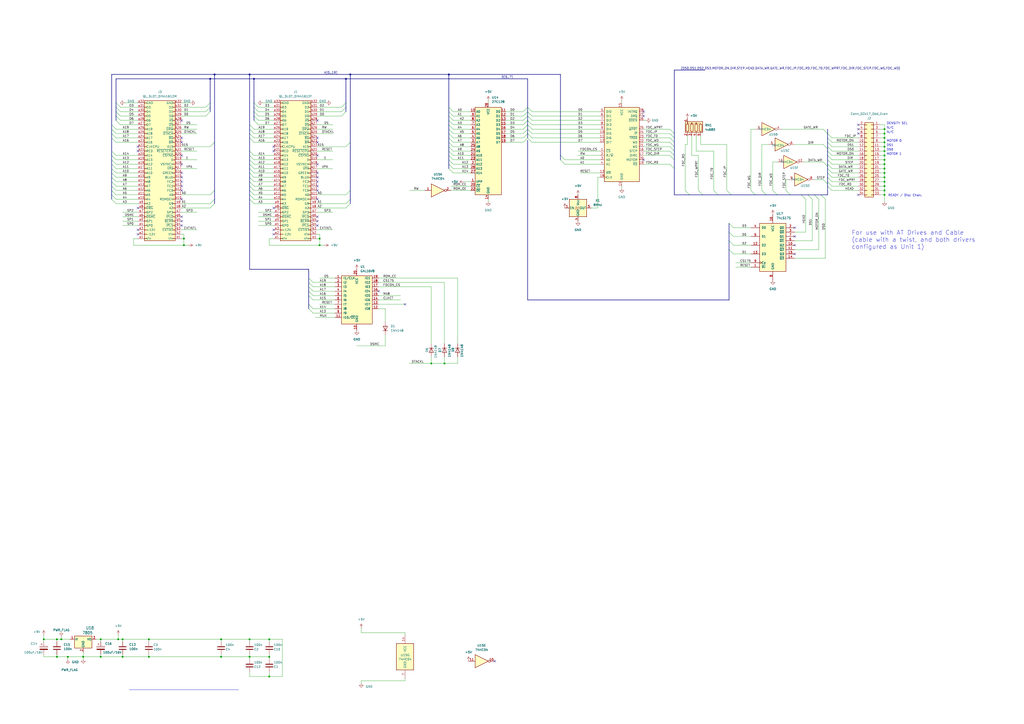
<source format=kicad_sch>
(kicad_sch (version 20230121) (generator eeschema)
  (paper "A2")
  (title_block (title "Mini Trump Card 3") (date "2024-05-07") (rev "01") (company "by Alvaro Alea Fdz.") (comment 1 "Disk Interface for Sinclair QL"))
  (junction (at 106.68 142.24))
  (junction (at 513.08 95.25))
  (junction (at 58.42 370.84))
  (junction (at 513.08 90.17))
  (junction (at 185.42 138.43))
  (junction (at 513.08 87.63))
  (junction (at 513.08 113.03))
  (junction (at 513.08 110.49))
  (junction (at 25.4 370.84))
  (junction (at 513.08 92.71))
  (junction (at 513.08 107.95))
  (junction (at 33.02 381))
  (junction (at 144.78 381))
  (junction (at 33.02 370.84))
  (junction (at 124.46 43.18))
  (junction (at 48.26 381))
  (junction (at 35.56 370.84))
  (junction (at 250.19 210.82))
  (junction (at 71.12 370.84))
  (junction (at 39.37 381))
  (junction (at 156.21 392.43))
  (junction (at 86.36 370.84))
  (junction (at 128.27 370.84))
  (junction (at 513.08 77.47))
  (junction (at 513.08 85.09))
  (junction (at 106.68 138.43))
  (junction (at 58.42 381))
  (junction (at 128.27 381))
  (junction (at 147.32 45.72))
  (junction (at 513.08 102.87))
  (junction (at 513.08 97.79))
  (junction (at 513.08 74.93))
  (junction (at 513.08 105.41))
  (junction (at 144.78 43.18))
  (junction (at 513.08 100.33))
  (junction (at 200.66 45.72))
  (junction (at 203.2 43.18))
  (junction (at 260.35 43.18))
  (junction (at 144.78 370.84))
  (junction (at 185.42 142.24))
  (junction (at 71.12 381))
  (junction (at 513.08 80.01))
  (junction (at 121.92 45.72))
  (junction (at 156.21 381))
  (junction (at 68.58 370.84))
  (junction (at 156.21 370.84))
  (junction (at 257.81 210.82))
  (junction (at 513.08 82.55))
  (junction (at 86.36 381))
  (no_connect (at 105.41 69.85))
  (no_connect (at 105.41 105.41))
  (no_connect (at 158.75 85.09))
  (no_connect (at 158.75 120.65))
  (no_connect (at 184.15 69.85))
  (no_connect (at 184.15 80.01))
  (no_connect (at 184.15 82.55))
  (no_connect (at 184.15 105.41))
  (no_connect (at 184.15 107.95))
  (no_connect (at 184.15 110.49))
  (no_connect (at 184.15 115.57))
  (no_connect (at 184.15 125.73))
  (no_connect (at 184.15 128.27))
  (no_connect (at 184.15 130.81))
  (no_connect (at 105.41 107.95))
  (no_connect (at 105.41 130.81))
  (no_connect (at 105.41 125.73))
  (no_connect (at 373.38 92.71))
  (no_connect (at 105.41 128.27))
  (no_connect (at 158.75 133.35))
  (no_connect (at 158.75 135.89))
  (no_connect (at 373.38 67.31))
  (no_connect (at 497.84 72.39))
  (no_connect (at 105.41 100.33))
  (no_connect (at 497.84 74.93))
  (no_connect (at 373.38 64.77))
  (no_connect (at 105.41 82.55))
  (no_connect (at 80.01 133.35))
  (no_connect (at 219.71 168.91))
  (no_connect (at 105.41 80.01))
  (no_connect (at 80.01 120.65))
  (no_connect (at 80.01 85.09))
  (no_connect (at 105.41 102.87))
  (no_connect (at 80.01 135.89))
  (no_connect (at 105.41 110.49))
  (no_connect (at 461.01 142.24))
  (no_connect (at 461.01 147.32))
  (no_connect (at 461.01 137.16))
  (no_connect (at 461.01 132.08))
  (no_connect (at 234.95 176.53))
  (no_connect (at 105.41 115.57))
  (no_connect (at 80.01 87.63))
  (no_connect (at 497.84 77.47))
  (no_connect (at 105.41 95.25))
  (no_connect (at 497.84 113.03))
  (no_connect (at 105.41 90.17))
  (no_connect (at 287.02 383.54))
  (no_connect (at 158.75 87.63))
  (no_connect (at 184.15 90.17))
  (no_connect (at 184.15 95.25))
  (no_connect (at 184.15 100.33))
  (no_connect (at 184.15 102.87))
  (bus_entry (at 306.07 69.85) (size -2.54 2.54))
  (bus_entry (at 203.2 118.11) (size -2.54 2.54))
  (bus_entry (at 325.12 92.71) (size 2.54 2.54))
  (bus_entry (at 64.77 107.95) (size 2.54 2.54))
  (bus_entry (at 64.77 77.47) (size 2.54 2.54))
  (bus_entry (at 144.78 102.87) (size 2.54 2.54))
  (bus_entry (at 260.35 74.93) (size 2.54 2.54))
  (bus_entry (at 144.78 97.79) (size 2.54 2.54))
  (bus_entry (at 306.07 74.93) (size 2.54 2.54))
  (bus_entry (at 203.2 115.57) (size -2.54 2.54))
  (bus_entry (at 422.91 139.7) (size 2.54 2.54))
  (bus_entry (at 260.35 82.55) (size 2.54 2.54))
  (bus_entry (at 147.32 64.77) (size 2.54 2.54))
  (bus_entry (at 64.77 72.39) (size 2.54 2.54))
  (bus_entry (at 422.91 134.62) (size 2.54 2.54))
  (bus_entry (at 144.78 113.03) (size 2.54 2.54))
  (bus_entry (at 64.77 74.93) (size 2.54 2.54))
  (bus_entry (at 306.07 62.23) (size -2.54 2.54))
  (bus_entry (at 64.77 95.25) (size 2.54 2.54))
  (bus_entry (at 260.35 64.77) (size 2.54 2.54))
  (bus_entry (at 147.32 67.31) (size 2.54 2.54))
  (bus_entry (at 144.78 110.49) (size 2.54 2.54))
  (bus_entry (at 306.07 69.85) (size 2.54 2.54))
  (bus_entry (at 144.78 115.57) (size 2.54 2.54))
  (bus_entry (at 260.35 92.71) (size 2.54 2.54))
  (bus_entry (at 260.35 69.85) (size 2.54 2.54))
  (bus_entry (at 435.61 110.49) (size 2.54 2.54))
  (bus_entry (at 448.31 110.49) (size 2.54 2.54))
  (bus_entry (at 441.96 110.49) (size 2.54 2.54))
  (bus_entry (at 477.52 74.93) (size 2.54 2.54))
  (bus_entry (at 477.52 104.14) (size 2.54 2.54))
  (bus_entry (at 455.93 110.49) (size 2.54 2.54))
  (bus_entry (at 477.52 93.98) (size 2.54 2.54))
  (bus_entry (at 477.52 83.82) (size 2.54 2.54))
  (bus_entry (at 306.07 64.77) (size 2.54 2.54))
  (bus_entry (at 124.46 110.49) (size -2.54 2.54))
  (bus_entry (at 260.35 72.39) (size 2.54 2.54))
  (bus_entry (at 147.32 62.23) (size 2.54 2.54))
  (bus_entry (at 260.35 62.23) (size 2.54 2.54))
  (bus_entry (at 64.77 92.71) (size 2.54 2.54))
  (bus_entry (at 124.46 115.57) (size -2.54 2.54))
  (bus_entry (at 67.31 62.23) (size 2.54 2.54))
  (bus_entry (at 144.78 90.17) (size 2.54 2.54))
  (bus_entry (at 147.32 69.85) (size 2.54 2.54))
  (bus_entry (at 147.32 59.69) (size 2.54 2.54))
  (bus_entry (at 200.66 59.69) (size -2.54 2.54))
  (bus_entry (at 179.07 161.29) (size 2.54 2.54))
  (bus_entry (at 64.77 102.87) (size 2.54 2.54))
  (bus_entry (at 64.77 105.41) (size 2.54 2.54))
  (bus_entry (at 64.77 113.03) (size 2.54 2.54))
  (bus_entry (at 144.78 72.39) (size 2.54 2.54))
  (bus_entry (at 121.92 64.77) (size -2.54 2.54))
  (bus_entry (at 405.13 110.49) (size 2.54 2.54))
  (bus_entry (at 480.06 82.55) (size 2.54 2.54))
  (bus_entry (at 480.06 80.01) (size 2.54 2.54))
  (bus_entry (at 480.06 102.87) (size 2.54 2.54))
  (bus_entry (at 480.06 105.41) (size 2.54 2.54))
  (bus_entry (at 480.06 97.79) (size 2.54 2.54))
  (bus_entry (at 480.06 100.33) (size 2.54 2.54))
  (bus_entry (at 480.06 87.63) (size 2.54 2.54))
  (bus_entry (at 480.06 95.25) (size 2.54 2.54))
  (bus_entry (at 480.06 92.71) (size 2.54 2.54))
  (bus_entry (at 480.06 90.17) (size 2.54 2.54))
  (bus_entry (at 480.06 107.95) (size 2.54 2.54))
  (bus_entry (at 480.06 77.47) (size 2.54 2.54))
  (bus_entry (at 480.06 85.09) (size 2.54 2.54))
  (bus_entry (at 306.07 74.93) (size -2.54 2.54))
  (bus_entry (at 260.35 77.47) (size 2.54 2.54))
  (bus_entry (at 306.07 64.77) (size -2.54 2.54))
  (bus_entry (at 325.12 90.17) (size 2.54 2.54))
  (bus_entry (at 144.78 107.95) (size 2.54 2.54))
  (bus_entry (at 144.78 87.63) (size 2.54 2.54))
  (bus_entry (at 422.91 129.54) (size 2.54 2.54))
  (bus_entry (at 144.78 100.33) (size 2.54 2.54))
  (bus_entry (at 179.07 171.45) (size 2.54 2.54))
  (bus_entry (at 388.62 90.17) (size 2.54 2.54))
  (bus_entry (at 306.07 62.23) (size 2.54 2.54))
  (bus_entry (at 203.2 110.49) (size -2.54 2.54))
  (bus_entry (at 121.92 62.23) (size -2.54 2.54))
  (bus_entry (at 306.07 72.39) (size -2.54 2.54))
  (bus_entry (at 306.07 80.01) (size 2.54 2.54))
  (bus_entry (at 306.07 80.01) (size -2.54 2.54))
  (bus_entry (at 67.31 59.69) (size 2.54 2.54))
  (bus_entry (at 64.77 100.33) (size 2.54 2.54))
  (bus_entry (at 203.2 82.55) (size -2.54 2.54))
  (bus_entry (at 421.64 110.49) (size 2.54 2.54))
  (bus_entry (at 422.91 144.78) (size 2.54 2.54))
  (bus_entry (at 144.78 95.25) (size 2.54 2.54))
  (bus_entry (at 144.78 92.71) (size 2.54 2.54))
  (bus_entry (at 306.07 67.31) (size -2.54 2.54))
  (bus_entry (at 179.07 168.91) (size 2.54 2.54))
  (bus_entry (at 179.07 166.37) (size 2.54 2.54))
  (bus_entry (at 306.07 77.47) (size 2.54 2.54))
  (bus_entry (at 260.35 95.25) (size 2.54 2.54))
  (bus_entry (at 260.35 87.63) (size 2.54 2.54))
  (bus_entry (at 306.07 72.39) (size 2.54 2.54))
  (bus_entry (at 124.46 118.11) (size -2.54 2.54))
  (bus_entry (at 260.35 80.01) (size 2.54 2.54))
  (bus_entry (at 179.07 163.83) (size 2.54 2.54))
  (bus_entry (at 124.46 82.55) (size -2.54 2.54))
  (bus_entry (at 464.82 113.03) (size 2.54 2.54))
  (bus_entry (at 468.63 113.03) (size 2.54 2.54))
  (bus_entry (at 472.44 113.03) (size 2.54 2.54))
  (bus_entry (at 476.25 113.03) (size 2.54 2.54))
  (bus_entry (at 144.78 77.47) (size 2.54 2.54))
  (bus_entry (at 200.66 64.77) (size -2.54 2.54))
  (bus_entry (at 144.78 105.41) (size 2.54 2.54))
  (bus_entry (at 260.35 97.79) (size 2.54 2.54))
  (bus_entry (at 64.77 87.63) (size 2.54 2.54))
  (bus_entry (at 67.31 69.85) (size 2.54 2.54))
  (bus_entry (at 388.62 95.25) (size 2.54 2.54))
  (bus_entry (at 388.62 87.63) (size 2.54 2.54))
  (bus_entry (at 388.62 77.47) (size 2.54 2.54))
  (bus_entry (at 388.62 80.01) (size 2.54 2.54))
  (bus_entry (at 388.62 82.55) (size 2.54 2.54))
  (bus_entry (at 388.62 85.09) (size 2.54 2.54))
  (bus_entry (at 388.62 74.93) (size 2.54 2.54))
  (bus_entry (at 144.78 80.01) (size 2.54 2.54))
  (bus_entry (at 306.07 67.31) (size 2.54 2.54))
  (bus_entry (at 306.07 77.47) (size -2.54 2.54))
  (bus_entry (at 260.35 90.17) (size 2.54 2.54))
  (bus_entry (at 64.77 115.57) (size 2.54 2.54))
  (bus_entry (at 121.92 59.69) (size -2.54 2.54))
  (bus_entry (at 64.77 80.01) (size 2.54 2.54))
  (bus_entry (at 64.77 90.17) (size 2.54 2.54))
  (bus_entry (at 200.66 62.23) (size -2.54 2.54))
  (bus_entry (at 64.77 110.49) (size 2.54 2.54))
  (bus_entry (at 397.51 110.49) (size 2.54 2.54))
  (bus_entry (at 414.02 110.49) (size 2.54 2.54))
  (bus_entry (at 144.78 74.93) (size 2.54 2.54))
  (bus_entry (at 260.35 85.09) (size 2.54 2.54))
  (bus_entry (at 67.31 64.77) (size 2.54 2.54))
  (bus_entry (at 179.07 179.07) (size 2.54 2.54))
  (bus_entry (at 67.31 67.31) (size 2.54 2.54))
  (bus_entry (at 260.35 67.31) (size 2.54 2.54))
  (bus_entry (at 64.77 97.79) (size 2.54 2.54))
  (bus_entry (at 179.07 176.53) (size 2.54 2.54))
  (bus (pts (xy 147.32 45.72) (xy 147.32 59.69)))
  (wire (pts (xy 457.2 104.14) (xy 455.93 104.14)))
  (bus (pts (xy 480.06 107.95) (xy 480.06 113.03)))
  (wire (pts (xy 105.41 59.69) (xy 110.49 59.69)))
  (wire (pts (xy 181.61 163.83) (xy 194.31 163.83)))
  (bus (pts (xy 260.35 87.63) (xy 260.35 90.17)))
  (wire (pts (xy 308.61 64.77) (xy 347.98 64.77)))
  (wire (pts (xy 510.54 77.47) (xy 513.08 77.47)))
  (bus (pts (xy 144.78 102.87) (xy 144.78 105.41)))
  (bus (pts (xy 468.63 113.03) (xy 464.82 113.03)))
  (wire (pts (xy 466.09 93.98) (xy 477.52 93.98)))
  (bus (pts (xy 200.66 59.69) (xy 200.66 62.23)))
  (wire (pts (xy 265.43 161.29) (xy 265.43 199.39)))
  (wire (pts (xy 184.15 120.65) (xy 200.66 120.65)))
  (wire (pts (xy 35.56 370.84) (xy 40.64 370.84)))
  (wire (pts (xy 39.37 381) (xy 48.26 381)))
  (wire (pts (xy 293.37 64.77) (xy 303.53 64.77)))
  (wire (pts (xy 68.58 370.84) (xy 71.12 370.84)))
  (wire (pts (xy 147.32 105.41) (xy 158.75 105.41)))
  (bus (pts (xy 260.35 95.25) (xy 260.35 97.79)))
  (wire (pts (xy 513.08 105.41) (xy 513.08 107.95)))
  (wire (pts (xy 308.61 80.01) (xy 347.98 80.01)))
  (bus (pts (xy 144.78 95.25) (xy 144.78 97.79)))
  (wire (pts (xy 510.54 110.49) (xy 513.08 110.49)))
  (wire (pts (xy 455.93 104.14) (xy 455.93 110.49)))
  (bus (pts (xy 64.77 97.79) (xy 64.77 100.33)))
  (bus (pts (xy 480.06 102.87) (xy 480.06 100.33)))
  (wire (pts (xy 71.12 128.27) (xy 80.01 128.27)))
  (wire (pts (xy 184.15 64.77) (xy 198.12 64.77)))
  (wire (pts (xy 262.89 74.93) (xy 273.05 74.93)))
  (wire (pts (xy 144.78 370.84) (xy 144.78 372.11)))
  (bus (pts (xy 64.77 77.47) (xy 64.77 80.01)))
  (wire (pts (xy 482.6 97.79) (xy 497.84 97.79)))
  (wire (pts (xy 185.42 176.53) (xy 194.31 176.53)))
  (wire (pts (xy 403.86 87.63) (xy 414.02 87.63)))
  (wire (pts (xy 58.42 379.73) (xy 58.42 381)))
  (bus (pts (xy 260.35 69.85) (xy 260.35 72.39)))
  (wire (pts (xy 68.58 370.84) (xy 68.58 368.3)))
  (bus (pts (xy 144.78 72.39) (xy 144.78 74.93)))
  (wire (pts (xy 373.38 87.63) (xy 388.62 87.63)))
  (wire (pts (xy 237.49 110.49) (xy 246.38 110.49)))
  (wire (pts (xy 67.31 90.17) (xy 80.01 90.17)))
  (bus (pts (xy 144.78 156.21) (xy 144.78 115.57)))
  (bus (pts (xy 325.12 43.18) (xy 325.12 90.17)))
  (wire (pts (xy 33.02 370.84) (xy 25.4 370.84)))
  (wire (pts (xy 262.89 85.09) (xy 273.05 85.09)))
  (bus (pts (xy 476.25 113.03) (xy 472.44 113.03)))
  (wire (pts (xy 257.81 210.82) (xy 265.43 210.82)))
  (bus (pts (xy 64.77 107.95) (xy 64.77 110.49)))
  (wire (pts (xy 360.68 107.95) (xy 360.68 109.22)))
  (wire (pts (xy 147.32 102.87) (xy 158.75 102.87)))
  (bus (pts (xy 260.35 43.18) (xy 260.35 62.23)))
  (bus (pts (xy 179.07 179.07) (xy 179.07 176.53)))
  (wire (pts (xy 308.61 74.93) (xy 347.98 74.93)))
  (wire (pts (xy 156.21 370.84) (xy 163.83 370.84)))
  (wire (pts (xy 269.24 105.41) (xy 273.05 105.41)))
  (bus (pts (xy 391.16 87.63) (xy 391.16 90.17)))
  (wire (pts (xy 262.89 69.85) (xy 273.05 69.85)))
  (wire (pts (xy 105.41 72.39) (xy 114.3 72.39)))
  (wire (pts (xy 293.37 77.47) (xy 303.53 77.47)))
  (wire (pts (xy 373.38 85.09) (xy 388.62 85.09)))
  (wire (pts (xy 149.86 72.39) (xy 158.75 72.39)))
  (wire (pts (xy 262.89 87.63) (xy 273.05 87.63)))
  (wire (pts (xy 219.71 166.37) (xy 250.19 166.37)))
  (bus (pts (xy 64.77 110.49) (xy 64.77 113.03)))
  (wire (pts (xy 250.19 166.37) (xy 250.19 199.39)))
  (wire (pts (xy 39.37 381) (xy 39.37 382.27)))
  (wire (pts (xy 156.21 389.89) (xy 156.21 392.43)))
  (bus (pts (xy 144.78 87.63) (xy 144.78 90.17)))
  (wire (pts (xy 184.15 118.11) (xy 200.66 118.11)))
  (wire (pts (xy 438.15 74.93) (xy 435.61 74.93)))
  (wire (pts (xy 181.61 173.99) (xy 194.31 173.99)))
  (wire (pts (xy 184.15 72.39) (xy 193.04 72.39)))
  (wire (pts (xy 86.36 370.84) (xy 86.36 372.11)))
  (bus (pts (xy 391.16 82.55) (xy 391.16 85.09)))
  (wire (pts (xy 414.02 87.63) (xy 414.02 110.49)))
  (bus (pts (xy 260.35 82.55) (xy 260.35 85.09)))
  (wire (pts (xy 105.41 138.43) (xy 106.68 138.43)))
  (wire (pts (xy 513.08 97.79) (xy 513.08 95.25)))
  (wire (pts (xy 67.31 105.41) (xy 80.01 105.41)))
  (wire (pts (xy 67.31 92.71) (xy 80.01 92.71)))
  (wire (pts (xy 482.6 87.63) (xy 497.84 87.63)))
  (wire (pts (xy 209.55 364.49) (xy 209.55 367.03)))
  (bus (pts (xy 179.07 171.45) (xy 179.07 168.91)))
  (wire (pts (xy 156.21 381) (xy 156.21 382.27)))
  (wire (pts (xy 105.41 85.09) (xy 121.92 85.09)))
  (bus (pts (xy 422.91 129.54) (xy 422.91 134.62)))
  (wire (pts (xy 293.37 67.31) (xy 303.53 67.31)))
  (wire (pts (xy 184.15 67.31) (xy 198.12 67.31)))
  (wire (pts (xy 510.54 92.71) (xy 513.08 92.71)))
  (wire (pts (xy 149.86 62.23) (xy 158.75 62.23)))
  (wire (pts (xy 184.15 113.03) (xy 200.66 113.03)))
  (bus (pts (xy 306.07 67.31) (xy 306.07 69.85)))
  (bus (pts (xy 480.06 82.55) (xy 480.06 80.01)))
  (wire (pts (xy 105.41 120.65) (xy 121.92 120.65)))
  (wire (pts (xy 308.61 69.85) (xy 347.98 69.85)))
  (wire (pts (xy 513.08 107.95) (xy 513.08 110.49)))
  (wire (pts (xy 128.27 370.84) (xy 144.78 370.84)))
  (bus (pts (xy 480.06 95.25) (xy 480.06 92.71)))
  (wire (pts (xy 149.86 128.27) (xy 158.75 128.27)))
  (wire (pts (xy 510.54 102.87) (xy 513.08 102.87)))
  (wire (pts (xy 147.32 74.93) (xy 158.75 74.93)))
  (wire (pts (xy 184.15 123.19) (xy 193.04 123.19)))
  (wire (pts (xy 482.6 107.95) (xy 497.84 107.95)))
  (wire (pts (xy 144.78 389.89) (xy 144.78 392.43)))
  (wire (pts (xy 426.72 152.4) (xy 435.61 152.4)))
  (wire (pts (xy 461.01 144.78) (xy 474.98 144.78)))
  (wire (pts (xy 482.6 90.17) (xy 497.84 90.17)))
  (wire (pts (xy 398.78 83.82) (xy 397.51 83.82)))
  (wire (pts (xy 105.41 118.11) (xy 121.92 118.11)))
  (wire (pts (xy 147.32 113.03) (xy 158.75 113.03)))
  (wire (pts (xy 182.88 184.15) (xy 194.31 184.15)))
  (wire (pts (xy 106.68 138.43) (xy 106.68 135.89)))
  (bus (pts (xy 179.07 156.21) (xy 144.78 156.21)))
  (wire (pts (xy 128.27 370.84) (xy 128.27 372.11)))
  (wire (pts (xy 262.89 92.71) (xy 273.05 92.71)))
  (wire (pts (xy 482.6 95.25) (xy 497.84 95.25)))
  (polyline (pts (xy 74.93 400.05) (xy 138.43 400.05)))
  (bus (pts (xy 121.92 45.72) (xy 121.92 59.69)))
  (wire (pts (xy 67.31 102.87) (xy 80.01 102.87)))
  (wire (pts (xy 25.4 379.73) (xy 25.4 381)))
  (wire (pts (xy 80.01 138.43) (xy 77.47 138.43)))
  (bus (pts (xy 179.07 163.83) (xy 179.07 161.29)))
  (bus (pts (xy 480.06 90.17) (xy 480.06 87.63)))
  (wire (pts (xy 513.08 74.93) (xy 513.08 77.47)))
  (wire (pts (xy 67.31 100.33) (xy 80.01 100.33)))
  (wire (pts (xy 71.12 381) (xy 86.36 381)))
  (wire (pts (xy 58.42 370.84) (xy 68.58 370.84)))
  (wire (pts (xy 184.15 59.69) (xy 189.23 59.69)))
  (bus (pts (xy 424.18 113.03) (xy 438.15 113.03)))
  (bus (pts (xy 203.2 115.57) (xy 203.2 118.11)))
  (bus (pts (xy 147.32 67.31) (xy 147.32 69.85)))
  (wire (pts (xy 441.96 83.82) (xy 441.96 110.49)))
  (wire (pts (xy 219.71 163.83) (xy 257.81 163.83)))
  (wire (pts (xy 185.42 142.24) (xy 187.96 142.24)))
  (bus (pts (xy 64.77 102.87) (xy 64.77 105.41)))
  (wire (pts (xy 35.56 369.57) (xy 35.56 370.84)))
  (bus (pts (xy 147.32 64.77) (xy 147.32 67.31)))
  (wire (pts (xy 184.15 133.35) (xy 193.04 133.35)))
  (wire (pts (xy 482.6 92.71) (xy 497.84 92.71)))
  (wire (pts (xy 147.32 90.17) (xy 158.75 90.17)))
  (wire (pts (xy 67.31 110.49) (xy 80.01 110.49)))
  (wire (pts (xy 184.15 92.71) (xy 193.04 92.71)))
  (bus (pts (xy 391.16 90.17) (xy 391.16 92.71)))
  (wire (pts (xy 467.36 115.57) (xy 467.36 134.62)))
  (wire (pts (xy 262.89 67.31) (xy 273.05 67.31)))
  (wire (pts (xy 293.37 74.93) (xy 303.53 74.93)))
  (bus (pts (xy 306.07 64.77) (xy 306.07 67.31)))
  (wire (pts (xy 373.38 82.55) (xy 388.62 82.55)))
  (wire (pts (xy 209.55 394.97) (xy 234.95 394.97)))
  (wire (pts (xy 77.47 138.43) (xy 77.47 142.24)))
  (bus (pts (xy 325.12 90.17) (xy 325.12 92.71)))
  (wire (pts (xy 398.78 78.74) (xy 398.78 83.82)))
  (wire (pts (xy 128.27 381) (xy 144.78 381)))
  (bus (pts (xy 306.07 173.99) (xy 422.91 173.99)))
  (wire (pts (xy 71.12 379.73) (xy 71.12 381)))
  (wire (pts (xy 293.37 69.85) (xy 303.53 69.85)))
  (wire (pts (xy 401.32 78.74) (xy 401.32 90.17)))
  (wire (pts (xy 184.15 138.43) (xy 185.42 138.43)))
  (wire (pts (xy 510.54 80.01) (xy 513.08 80.01)))
  (wire (pts (xy 181.61 168.91) (xy 194.31 168.91)))
  (bus (pts (xy 260.35 92.71) (xy 260.35 95.25)))
  (wire (pts (xy 513.08 113.03) (xy 513.08 110.49)))
  (bus (pts (xy 444.5 113.03) (xy 438.15 113.03)))
  (wire (pts (xy 33.02 370.84) (xy 33.02 372.11)))
  (wire (pts (xy 105.41 67.31) (xy 119.38 67.31)))
  (wire (pts (xy 461.01 149.86) (xy 478.79 149.86)))
  (wire (pts (xy 265.43 207.01) (xy 265.43 210.82)))
  (bus (pts (xy 325.12 43.18) (xy 260.35 43.18)))
  (wire (pts (xy 250.19 207.01) (xy 250.19 210.82)))
  (bus (pts (xy 203.2 110.49) (xy 203.2 115.57)))
  (wire (pts (xy 69.85 67.31) (xy 80.01 67.31)))
  (bus (pts (xy 64.77 43.18) (xy 124.46 43.18)))
  (wire (pts (xy 262.89 90.17) (xy 273.05 90.17)))
  (wire (pts (xy 209.55 367.03) (xy 234.95 367.03)))
  (wire (pts (xy 33.02 379.73) (xy 33.02 381)))
  (bus (pts (xy 422.91 144.78) (xy 422.91 173.99)))
  (wire (pts (xy 441.96 83.82) (xy 445.77 83.82)))
  (bus (pts (xy 260.35 67.31) (xy 260.35 69.85)))
  (wire (pts (xy 149.86 67.31) (xy 158.75 67.31)))
  (bus (pts (xy 391.16 85.09) (xy 391.16 87.63)))
  (wire (pts (xy 184.15 87.63) (xy 193.04 87.63)))
  (wire (pts (xy 262.89 72.39) (xy 273.05 72.39)))
  (bus (pts (xy 144.78 74.93) (xy 144.78 77.47)))
  (wire (pts (xy 283.21 115.57) (xy 283.21 116.84)))
  (bus (pts (xy 480.06 105.41) (xy 480.06 102.87)))
  (wire (pts (xy 250.19 210.82) (xy 257.81 210.82)))
  (wire (pts (xy 48.26 381) (xy 48.26 382.27)))
  (wire (pts (xy 147.32 97.79) (xy 158.75 97.79)))
  (wire (pts (xy 147.32 118.11) (xy 158.75 118.11)))
  (wire (pts (xy 223.52 194.31) (xy 223.52 200.66)))
  (wire (pts (xy 346.71 102.87) (xy 347.98 102.87)))
  (wire (pts (xy 397.51 83.82) (xy 397.51 110.49)))
  (wire (pts (xy 105.41 87.63) (xy 114.3 87.63)))
  (wire (pts (xy 209.55 394.97) (xy 209.55 396.24)))
  (bus (pts (xy 124.46 43.18) (xy 144.78 43.18)))
  (wire (pts (xy 346.71 120.65) (xy 346.71 102.87)))
  (wire (pts (xy 421.64 83.82) (xy 421.64 110.49)))
  (bus (pts (xy 480.06 85.09) (xy 480.06 82.55)))
  (wire (pts (xy 69.85 69.85) (xy 80.01 69.85)))
  (bus (pts (xy 416.56 113.03) (xy 424.18 113.03)))
  (wire (pts (xy 388.62 90.17) (xy 373.38 90.17)))
  (wire (pts (xy 105.41 92.71) (xy 114.3 92.71)))
  (bus (pts (xy 306.07 72.39) (xy 306.07 74.93)))
  (bus (pts (xy 260.35 85.09) (xy 260.35 87.63)))
  (wire (pts (xy 262.89 77.47) (xy 273.05 77.47)))
  (wire (pts (xy 403.86 78.74) (xy 403.86 87.63)))
  (wire (pts (xy 106.68 142.24) (xy 106.68 138.43)))
  (wire (pts (xy 67.31 82.55) (xy 80.01 82.55)))
  (wire (pts (xy 55.88 370.84) (xy 58.42 370.84)))
  (wire (pts (xy 482.6 105.41) (xy 497.84 105.41)))
  (wire (pts (xy 69.85 64.77) (xy 80.01 64.77)))
  (wire (pts (xy 482.6 85.09) (xy 497.84 85.09)))
  (wire (pts (xy 105.41 97.79) (xy 114.3 97.79)))
  (bus (pts (xy 260.35 72.39) (xy 260.35 74.93)))
  (wire (pts (xy 163.83 392.43) (xy 156.21 392.43)))
  (bus (pts (xy 306.07 62.23) (xy 306.07 64.77)))
  (wire (pts (xy 147.32 95.25) (xy 158.75 95.25)))
  (wire (pts (xy 262.89 100.33) (xy 273.05 100.33)))
  (wire (pts (xy 184.15 85.09) (xy 200.66 85.09)))
  (wire (pts (xy 513.08 100.33) (xy 513.08 97.79)))
  (wire (pts (xy 69.85 72.39) (xy 80.01 72.39)))
  (wire (pts (xy 335.28 90.17) (xy 347.98 90.17)))
  (wire (pts (xy 25.4 370.84) (xy 25.4 372.11)))
  (wire (pts (xy 273.05 107.95) (xy 261.62 107.95)))
  (wire (pts (xy 147.32 80.01) (xy 158.75 80.01)))
  (bus (pts (xy 144.78 105.41) (xy 144.78 107.95)))
  (bus (pts (xy 472.44 113.03) (xy 468.63 113.03)))
  (bus (pts (xy 480.06 80.01) (xy 480.06 77.47)))
  (wire (pts (xy 156.21 138.43) (xy 156.21 142.24)))
  (wire (pts (xy 156.21 142.24) (xy 185.42 142.24)))
  (wire (pts (xy 158.75 138.43) (xy 156.21 138.43)))
  (wire (pts (xy 185.42 135.89) (xy 184.15 135.89)))
  (wire (pts (xy 185.42 138.43) (xy 185.42 135.89)))
  (wire (pts (xy 185.42 142.24) (xy 185.42 138.43)))
  (wire (pts (xy 401.32 90.17) (xy 405.13 90.17)))
  (wire (pts (xy 510.54 113.03) (xy 513.08 113.03)))
  (bus (pts (xy 480.06 87.63) (xy 480.06 86.36)))
  (wire (pts (xy 510.54 97.79) (xy 513.08 97.79)))
  (wire (pts (xy 426.72 154.94) (xy 435.61 154.94)))
  (wire (pts (xy 257.81 163.83) (xy 257.81 199.39)))
  (wire (pts (xy 185.42 161.29) (xy 194.31 161.29)))
  (wire (pts (xy 335.28 87.63) (xy 347.98 87.63)))
  (wire (pts (xy 67.31 107.95) (xy 80.01 107.95)))
  (wire (pts (xy 482.6 100.33) (xy 497.84 100.33)))
  (bus (pts (xy 179.07 168.91) (xy 179.07 166.37)))
  (bus (pts (xy 64.77 92.71) (xy 64.77 95.25)))
  (wire (pts (xy 513.08 77.47) (xy 513.08 80.01)))
  (wire (pts (xy 482.6 110.49) (xy 497.84 110.49)))
  (bus (pts (xy 179.07 161.29) (xy 179.07 156.21)))
  (wire (pts (xy 262.89 80.01) (xy 273.05 80.01)))
  (wire (pts (xy 147.32 92.71) (xy 158.75 92.71)))
  (wire (pts (xy 48.26 381) (xy 58.42 381)))
  (wire (pts (xy 373.38 77.47) (xy 388.62 77.47)))
  (wire (pts (xy 478.79 149.86) (xy 478.79 115.57)))
  (wire (pts (xy 219.71 161.29) (xy 265.43 161.29)))
  (wire (pts (xy 71.12 125.73) (xy 80.01 125.73)))
  (wire (pts (xy 262.89 64.77) (xy 273.05 64.77)))
  (wire (pts (xy 373.38 74.93) (xy 388.62 74.93)))
  (bus (pts (xy 64.77 100.33) (xy 64.77 102.87)))
  (wire (pts (xy 513.08 72.39) (xy 513.08 74.93)))
  (wire (pts (xy 77.47 142.24) (xy 106.68 142.24)))
  (wire (pts (xy 513.08 80.01) (xy 513.08 82.55)))
  (bus (pts (xy 144.78 80.01) (xy 144.78 87.63)))
  (wire (pts (xy 448.31 93.98) (xy 448.31 110.49)))
  (wire (pts (xy 144.78 379.73) (xy 144.78 381)))
  (bus (pts (xy 480.06 85.09) (xy 480.06 86.36)))
  (wire (pts (xy 510.54 90.17) (xy 513.08 90.17)))
  (bus (pts (xy 64.77 95.25) (xy 64.77 97.79)))
  (wire (pts (xy 181.61 166.37) (xy 194.31 166.37)))
  (bus (pts (xy 200.66 62.23) (xy 200.66 64.77)))
  (bus (pts (xy 121.92 59.69) (xy 121.92 62.23)))
  (bus (pts (xy 144.78 90.17) (xy 144.78 92.71)))
  (wire (pts (xy 207.01 200.66) (xy 223.52 200.66)))
  (bus (pts (xy 67.31 64.77) (xy 67.31 67.31)))
  (wire (pts (xy 461.01 134.62) (xy 467.36 134.62)))
  (wire (pts (xy 105.41 77.47) (xy 114.3 77.47)))
  (wire (pts (xy 105.41 133.35) (xy 114.3 133.35)))
  (wire (pts (xy 181.61 181.61) (xy 194.31 181.61)))
  (wire (pts (xy 435.61 137.16) (xy 425.45 137.16)))
  (bus (pts (xy 391.16 92.71) (xy 391.16 97.79)))
  (wire (pts (xy 149.86 130.81) (xy 158.75 130.81)))
  (wire (pts (xy 510.54 100.33) (xy 513.08 100.33)))
  (bus (pts (xy 144.78 77.47) (xy 144.78 80.01)))
  (wire (pts (xy 184.15 74.93) (xy 193.04 74.93)))
  (bus (pts (xy 306.07 81.28) (xy 306.07 173.99)))
  (wire (pts (xy 388.62 80.01) (xy 373.38 80.01)))
  (wire (pts (xy 262.89 95.25) (xy 273.05 95.25)))
  (bus (pts (xy 480.06 105.41) (xy 480.06 106.68)))
  (wire (pts (xy 262.89 97.79) (xy 273.05 97.79)))
  (bus (pts (xy 64.77 87.63) (xy 64.77 90.17)))
  (wire (pts (xy 181.61 171.45) (xy 194.31 171.45)))
  (bus (pts (xy 64.77 74.93) (xy 64.77 77.47)))
  (bus (pts (xy 64.77 43.18) (xy 64.77 72.39)))
  (wire (pts (xy 327.66 95.25) (xy 347.98 95.25)))
  (wire (pts (xy 219.71 176.53) (xy 234.95 176.53)))
  (bus (pts (xy 144.78 92.71) (xy 144.78 95.25)))
  (bus (pts (xy 480.06 77.47) (xy 480.06 74.93)))
  (bus (pts (xy 147.32 59.69) (xy 147.32 62.23)))
  (bus (pts (xy 464.82 113.03) (xy 458.47 113.03)))
  (wire (pts (xy 406.4 78.74) (xy 406.4 83.82)))
  (wire (pts (xy 69.85 62.23) (xy 80.01 62.23)))
  (wire (pts (xy 67.31 118.11) (xy 80.01 118.11)))
  (wire (pts (xy 474.98 115.57) (xy 474.98 144.78)))
  (wire (pts (xy 147.32 107.95) (xy 158.75 107.95)))
  (wire (pts (xy 144.78 370.84) (xy 156.21 370.84)))
  (wire (pts (xy 149.86 125.73) (xy 158.75 125.73)))
  (wire (pts (xy 472.44 104.14) (xy 477.52 104.14)))
  (wire (pts (xy 219.71 173.99) (xy 232.41 173.99)))
  (wire (pts (xy 25.4 368.3) (xy 25.4 370.84)))
  (bus (pts (xy 391.16 77.47) (xy 391.16 80.01)))
  (wire (pts (xy 513.08 102.87) (xy 513.08 105.41)))
  (bus (pts (xy 124.46 110.49) (xy 124.46 115.57)))
  (bus (pts (xy 144.78 43.18) (xy 203.2 43.18)))
  (wire (pts (xy 147.32 110.49) (xy 158.75 110.49)))
  (bus (pts (xy 480.06 96.52) (xy 480.06 95.25)))
  (wire (pts (xy 510.54 85.09) (xy 513.08 85.09)))
  (wire (pts (xy 105.41 62.23) (xy 119.38 62.23)))
  (bus (pts (xy 391.16 80.01) (xy 391.16 82.55)))
  (bus (pts (xy 458.47 113.03) (xy 450.85 113.03)))
  (wire (pts (xy 58.42 381) (xy 71.12 381)))
  (bus (pts (xy 147.32 45.72) (xy 200.66 45.72)))
  (wire (pts (xy 513.08 92.71) (xy 513.08 90.17)))
  (wire (pts (xy 405.13 90.17) (xy 405.13 110.49)))
  (wire (pts (xy 223.52 179.07) (xy 219.71 179.07)))
  (wire (pts (xy 510.54 87.63) (xy 513.08 87.63)))
  (wire (pts (xy 461.01 139.7) (xy 471.17 139.7)))
  (wire (pts (xy 482.6 102.87) (xy 497.84 102.87)))
  (wire (pts (xy 234.95 367.03) (xy 234.95 368.3)))
  (wire (pts (xy 453.39 74.93) (xy 477.52 74.93)))
  (bus (pts (xy 203.2 43.18) (xy 260.35 43.18)))
  (wire (pts (xy 513.08 90.17) (xy 513.08 87.63)))
  (wire (pts (xy 342.9 120.65) (xy 346.71 120.65)))
  (wire (pts (xy 435.61 132.08) (xy 425.45 132.08)))
  (bus (pts (xy 306.07 77.47) (xy 306.07 80.01)))
  (wire (pts (xy 513.08 113.03) (xy 513.08 116.84)))
  (bus (pts (xy 450.85 113.03) (xy 444.5 113.03)))
  (bus (pts (xy 400.05 113.03) (xy 391.16 113.03)))
  (wire (pts (xy 510.54 105.41) (xy 513.08 105.41)))
  (wire (pts (xy 105.41 113.03) (xy 121.92 113.03)))
  (wire (pts (xy 373.38 69.85) (xy 374.65 69.85)))
  (wire (pts (xy 435.61 142.24) (xy 425.45 142.24)))
  (wire (pts (xy 105.41 64.77) (xy 119.38 64.77)))
  (bus (pts (xy 144.78 113.03) (xy 144.78 115.57)))
  (bus (pts (xy 480.06 113.03) (xy 476.25 113.03)))
  (wire (pts (xy 293.37 80.01) (xy 303.53 80.01)))
  (wire (pts (xy 156.21 392.43) (xy 144.78 392.43)))
  (wire (pts (xy 471.17 115.57) (xy 471.17 139.7)))
  (wire (pts (xy 33.02 381) (xy 39.37 381)))
  (wire (pts (xy 219.71 171.45) (xy 232.41 171.45)))
  (bus (pts (xy 67.31 45.72) (xy 67.31 59.69)))
  (wire (pts (xy 152.4 59.69) (xy 158.75 59.69)))
  (bus (pts (xy 260.35 80.01) (xy 260.35 82.55)))
  (bus (pts (xy 306.07 74.93) (xy 306.07 77.47)))
  (wire (pts (xy 147.32 100.33) (xy 158.75 100.33)))
  (bus (pts (xy 260.35 62.23) (xy 260.35 64.77)))
  (wire (pts (xy 71.12 370.84) (xy 86.36 370.84)))
  (wire (pts (xy 308.61 77.47) (xy 347.98 77.47)))
  (wire (pts (xy 106.68 142.24) (xy 109.22 142.24)))
  (wire (pts (xy 293.37 72.39) (xy 303.53 72.39)))
  (wire (pts (xy 482.6 82.55) (xy 497.84 82.55)))
  (bus (pts (xy 306.07 45.72) (xy 306.07 62.23)))
  (bus (pts (xy 179.07 166.37) (xy 179.07 163.83)))
  (bus (pts (xy 124.46 43.18) (xy 124.46 82.55)))
  (wire (pts (xy 149.86 64.77) (xy 158.75 64.77)))
  (bus (pts (xy 480.06 100.33) (xy 480.06 97.79)))
  (bus (pts (xy 64.77 113.03) (xy 64.77 115.57)))
  (bus (pts (xy 67.31 59.69) (xy 67.31 62.23)))
  (wire (pts (xy 261.62 110.49) (xy 273.05 110.49)))
  (bus (pts (xy 260.35 90.17) (xy 260.35 92.71)))
  (wire (pts (xy 257.81 207.01) (xy 257.81 210.82)))
  (wire (pts (xy 308.61 72.39) (xy 347.98 72.39)))
  (bus (pts (xy 124.46 115.57) (xy 124.46 118.11)))
  (bus (pts (xy 144.78 97.79) (xy 144.78 100.33)))
  (bus (pts (xy 391.16 40.64) (xy 391.16 77.47)))
  (wire (pts (xy 510.54 82.55) (xy 513.08 82.55)))
  (bus (pts (xy 67.31 45.72) (xy 121.92 45.72)))
  (bus (pts (xy 121.92 62.23) (xy 121.92 64.77)))
  (bus (pts (xy 64.77 72.39) (xy 64.77 74.93)))
  (wire (pts (xy 86.36 381) (xy 128.27 381)))
  (wire (pts (xy 262.89 82.55) (xy 273.05 82.55)))
  (wire (pts (xy 67.31 77.47) (xy 80.01 77.47)))
  (wire (pts (xy 67.31 95.25) (xy 80.01 95.25)))
  (wire (pts (xy 149.86 123.19) (xy 158.75 123.19)))
  (wire (pts (xy 234.95 393.7) (xy 234.95 394.97)))
  (bus (pts (xy 200.66 45.72) (xy 200.66 59.69)))
  (wire (pts (xy 67.31 113.03) (xy 80.01 113.03)))
  (wire (pts (xy 71.12 370.84) (xy 71.12 372.11)))
  (wire (pts (xy 283.21 58.42) (xy 283.21 59.69)))
  (bus (pts (xy 422.91 134.62) (xy 422.91 139.7)))
  (bus (pts (xy 144.78 107.95) (xy 144.78 110.49)))
  (bus (pts (xy 64.77 105.41) (xy 64.77 107.95)))
  (wire (pts (xy 67.31 80.01) (xy 80.01 80.01)))
  (wire (pts (xy 33.02 370.84) (xy 35.56 370.84)))
  (wire (pts (xy 513.08 102.87) (xy 513.08 100.33)))
  (wire (pts (xy 181.61 179.07) (xy 194.31 179.07)))
  (bus (pts (xy 422.91 139.7) (xy 422.91 144.78)))
  (bus (pts (xy 144.78 110.49) (xy 144.78 113.03)))
  (wire (pts (xy 308.61 82.55) (xy 347.98 82.55)))
  (wire (pts (xy 71.12 123.19) (xy 80.01 123.19)))
  (wire (pts (xy 105.41 123.19) (xy 114.3 123.19)))
  (wire (pts (xy 510.54 74.93) (xy 513.08 74.93)))
  (wire (pts (xy 461.01 83.82) (xy 477.52 83.82)))
  (bus (pts (xy 67.31 62.23) (xy 67.31 64.77)))
  (wire (pts (xy 513.08 95.25) (xy 513.08 92.71)))
  (wire (pts (xy 482.6 80.01) (xy 497.84 80.01)))
  (bus (pts (xy 407.67 113.03) (xy 416.56 113.03)))
  (wire (pts (xy 147.32 77.47) (xy 158.75 77.47)))
  (bus (pts (xy 144.78 43.18) (xy 144.78 72.39)))
  (bus (pts (xy 203.2 43.18) (xy 203.2 82.55)))
  (bus (pts (xy 147.32 62.23) (xy 147.32 64.77)))
  (wire (pts (xy 25.4 381) (xy 33.02 381)))
  (bus (pts (xy 480.06 106.68) (xy 480.06 107.95)))
  (wire (pts (xy 513.08 85.09) (xy 513.08 87.63)))
  (wire (pts (xy 223.52 179.07) (xy 223.52 186.69)))
  (wire (pts (xy 435.61 147.32) (xy 425.45 147.32)))
  (wire (pts (xy 156.21 379.73) (xy 156.21 381)))
  (wire (pts (xy 293.37 82.55) (xy 303.53 82.55)))
  (bus (pts (xy 480.06 92.71) (xy 480.06 90.17)))
  (wire (pts (xy 48.26 378.46) (xy 48.26 381)))
  (wire (pts (xy 86.36 370.84) (xy 128.27 370.84)))
  (wire (pts (xy 336.55 100.33) (xy 347.98 100.33)))
  (bus (pts (xy 391.16 40.64) (xy 408.94 40.64)))
  (wire (pts (xy 448.31 93.98) (xy 450.85 93.98)))
  (bus (pts (xy 200.66 45.72) (xy 306.07 45.72)))
  (wire (pts (xy 237.49 210.82) (xy 250.19 210.82)))
  (wire (pts (xy 156.21 370.84) (xy 156.21 372.11)))
  (bus (pts (xy 306.07 69.85) (xy 306.07 72.39)))
  (wire (pts (xy 163.83 370.84) (xy 163.83 392.43)))
  (bus (pts (xy 144.78 100.33) (xy 144.78 102.87)))
  (wire (pts (xy 128.27 379.73) (xy 128.27 381)))
  (wire (pts (xy 435.61 74.93) (xy 435.61 110.49)))
  (wire (pts (xy 510.54 107.95) (xy 513.08 107.95)))
  (wire (pts (xy 513.08 82.55) (xy 513.08 85.09)))
  (wire (pts (xy 72.39 59.69) (xy 80.01 59.69)))
  (bus (pts (xy 124.46 82.55) (xy 124.46 110.49)))
  (bus (pts (xy 260.35 74.93) (xy 260.35 77.47)))
  (wire (pts (xy 308.61 67.31) (xy 347.98 67.31)))
  (wire (pts (xy 327.66 92.71) (xy 347.98 92.71)))
  (wire (pts (xy 144.78 381) (xy 156.21 381)))
  (bus (pts (xy 260.35 77.47) (xy 260.35 80.01)))
  (wire (pts (xy 67.31 97.79) (xy 80.01 97.79)))
  (wire (pts (xy 58.42 372.11) (xy 58.42 370.84)))
  (bus (pts (xy 64.77 90.17) (xy 64.77 92.71)))
  (bus (pts (xy 64.77 80.01) (xy 64.77 87.63)))
  (bus (pts (xy 260.35 64.77) (xy 260.35 67.31)))
  (wire (pts (xy 388.62 95.25) (xy 373.38 95.25)))
  (wire (pts (xy 67.31 74.93) (xy 80.01 74.93)))
  (bus (pts (xy 67.31 67.31) (xy 67.31 69.85)))
  (wire (pts (xy 147.32 115.57) (xy 158.75 115.57)))
  (wire (pts (xy 71.12 130.81) (xy 80.01 130.81)))
  (wire (pts (xy 510.54 95.25) (xy 513.08 95.25)))
  (wire (pts (xy 184.15 97.79) (xy 193.04 97.79)))
  (wire (pts (xy 86.36 379.73) (xy 86.36 381)))
  (wire (pts (xy 147.32 82.55) (xy 158.75 82.55)))
  (wire (pts (xy 105.41 74.93) (xy 114.3 74.93)))
  (wire (pts (xy 360.68 58.42) (xy 360.68 59.69)))
  (wire (pts (xy 184.15 62.23) (xy 198.12 62.23)))
  (bus (pts (xy 121.92 45.72) (xy 147.32 45.72)))
  (wire (pts (xy 144.78 381) (xy 144.78 382.27)))
  (bus (pts (xy 203.2 82.55) (xy 203.2 110.49)))
  (wire (pts (xy 184.15 77.47) (xy 193.04 77.47)))
  (bus (pts (xy 179.07 176.53) (xy 179.07 171.45)))
  (bus (pts (xy 391.16 113.03) (xy 391.16 97.79)))
  (bus (pts (xy 480.06 97.79) (xy 480.06 96.52)))
  (wire (pts (xy 106.68 135.89) (xy 105.41 135.89)))
  (wire (pts (xy 406.4 83.82) (xy 421.64 83.82)))
  (bus (pts (xy 407.67 113.03) (xy 400.05 113.03)))
  (wire (pts (xy 67.31 115.57) (xy 80.01 115.57)))
  (wire (pts (xy 149.86 69.85) (xy 158.75 69.85)))
  (wire (pts (xy 510.54 72.39) (xy 513.08 72.39)))
  (text "MOTOR 0 " (at 514.35 82.55 0) (effects (font (size 1.27 1.27)) (justify left bottom)))
  (text "DS0\n" (at 514.35 87.63 0) (effects (font (size 1.27 1.27)) (justify left bottom)))
  (text "DS1\n" (at 514.35 85.09 0) (effects (font (size 1.27 1.27)) (justify left bottom)))
  (text "READY / Disc Chan." (at 515.239 114.173 0) (effects (font (size 1.27 1.27)) (justify left bottom)))
  (text "MOTOR 1" (at 514.35 90.17 0) (effects (font (size 1.27 1.27)) (justify left bottom)))
  (text "N/C" (at 514.35 77.47 0) (effects (font (size 1.27 1.27)) (justify left bottom)))
  (text "For use with AT Drives and Cable\n(cable with a twist, and both drivers \nconfigured as Unit 1)" (at 494.03 144.78 0) (effects (font (size 2.54 2.54)) (justify left bottom)))
  (text "N/C" (at 514.35 74.93 0) (effects (font (size 1.27 1.27)) (justify left bottom)))
  (text "DENSITY SEL\n" (at 514.35 72.39 0) (effects (font (size 1.27 1.27)) (justify left bottom)))
  (label "A3" (at 71.12 118.11 0))
  (label "D4" (at 335.28 74.93 0))
  (label "DIR" (at 491.49 92.71 0))
  (label "D6" (at 74.93 69.85 0))
  (label "DSMC" (at 72.39 125.73 0))
  (label "D6" (at 153.67 69.85 0))
  (label "CLKCT" (at 222.25 173.99 0))
  (label "A15" (at 105.41 85.09 0))
  (label "A5" (at 149.86 113.03 0))
  (label "MUX" (at 185.42 184.15 0))
  (label "FDC_RD" (at 374.65 95.25 0))
  (label "D4" (at 295.91 74.93 0))
  (label "A0" (at 105.41 113.03 0))
  (label "A0" (at 265.43 64.77 0))
  (label "A1" (at 105.41 118.11 0))
  (label "RW" (at 186.69 74.93 0))
  (label "DTACKL" (at 186.69 77.47 0))
  (label "FDCON_CS" (at 222.25 166.37 0))
  (label "DSMC" (at 152.4 125.73 0))
  (label "D4" (at 153.67 64.77 0))
  (label "D6" (at 295.91 80.01 0))
  (label "RW" (at 106.68 74.93 0))
  (label "FDC_WPRT" (at 405.13 102.87 90))
  (label "MA8" (at 222.25 171.45 0))
  (label "A3" (at 149.86 118.11 0))
  (label "A15" (at 184.15 85.09 0))
  (label "A14" (at 149.86 90.17 0))
  (label "MOTOR_ON" (at 485.14 90.17 0))
  (label "RW" (at 336.55 90.17 0))
  (label "A16" (at 149.86 82.55 0))
  (label "A4" (at 71.12 115.57 0))
  (label "DS1" (at 491.49 85.09 0))
  (label "DIR" (at 468.63 83.82 0))
  (label "E" (at 187.96 92.71 0))
  (label "E" (at 107.95 92.71 0))
  (label "A11" (at 71.12 97.79 0))
  (label "A16" (at 185.42 171.45 0))
  (label "SP2" (at 73.66 123.19 0))
  (label "A4" (at 265.43 74.93 0))
  (label "D[0..7]" (at 290.83 45.72 0))
  (label "D3" (at 74.93 62.23 0))
  (label "FDC_IP" (at 496.57 80.01 180))
  (label "D1" (at 433.07 147.32 180))
  (label "FDC_T0" (at 414.02 104.14 90))
  (label "RESET" (at 429.26 154.94 0))
  (label "FDC_RD" (at 397.51 96.52 90))
  (label "DTACKL" (at 106.68 77.47 0))
  (label "D5" (at 335.28 77.47 0))
  (label "FDC_RD" (at 494.03 107.95 180))
  (label "EXTINTL" (at 185.42 133.35 0) (effects (font (size 1.2446 1.2446))))
  (label "A0" (at 336.55 92.71 0) (effects (font (size 1.2446 1.2446))))
  (label "RESET" (at 186.69 176.53 0))
  (label "D0" (at 295.91 64.77 0))
  (label "MOTOR_ON" (at 485.14 82.55 0))
  (label "EXTINTL" (at 106.68 133.35 0) (effects (font (size 1.2446 1.2446))))
  (label "DTACKL" (at 238.76 210.82 0))
  (label "D5" (at 74.93 67.31 0))
  (label "FDC_IP" (at 421.64 102.87 90))
  (label "A19" (at 71.12 74.93 0))
  (label "D1" (at 185.42 64.77 0))
  (label "GATE_WR" (at 486.41 100.33 0))
  (label "A16" (at 71.12 82.55 0))
  (label "SP3" (at 107.95 123.19 0))
  (label "A1" (at 184.15 118.11 0))
  (label "D3" (at 295.91 72.39 0))
  (label "A18" (at 149.86 77.47 0))
  (label "A14" (at 267.97 100.33 0))
  (label "ROM_CE" (at 222.25 161.29 0))
  (label "A18" (at 185.42 166.37 0))
  (label "A6" (at 149.86 110.49 0))
  (label "DSMC" (at 214.63 200.66 0))
  (label "SP1" (at 73.66 128.27 0))
  (label "D7" (at 335.28 82.55 0))
  (label "D5" (at 153.67 67.31 0))
  (label "VPA" (at 186.69 97.79 0))
  (label "D0" (at 106.68 67.31 0))
  (label "A9" (at 149.86 102.87 0))
  (label "A13" (at 267.97 97.79 0))
  (label "STEP" (at 473.71 104.14 0))
  (label "A8" (at 149.86 105.41 0))
  (label "A17" (at 149.86 80.01 0))
  (label "A12" (at 71.12 95.25 0))
  (label "HEAD" (at 467.36 129.54 90))
  (label "A10" (at 149.86 100.33 0))
  (label "A17" (at 71.12 80.01 0))
  (label "A10" (at 265.43 90.17 0))
  (label "FDC_WG" (at 374.65 85.09 0))
  (label "ROM_CE" (at 262.89 107.95 0))
  (label "A8" (at 266.7 85.09 0))
  (label "RW" (at 240.03 110.49 0))
  (label "A18" (at 71.12 77.47 0))
  (label "D2" (at 295.91 69.85 0))
  (label "DS0" (at 478.79 133.35 90))
  (label "D3" (at 433.07 132.08 180))
  (label "MOTOR_ON" (at 474.98 133.35 90))
  (label "A7" (at 71.12 107.95 0))
  (label "A13" (at 185.42 181.61 0))
  (label "D2" (at 185.42 62.23 0))
  (label "A10" (at 71.12 100.33 0))
  (label "SP3" (at 187.96 123.19 0))
  (label "FDC_WG" (at 435.61 109.22 90))
  (label "A1" (at 336.55 95.25 0) (effects (font (size 1.2446 1.2446))))
  (label "A11" (at 149.86 97.79 0))
  (label "VPA" (at 107.95 97.79 0))
  (label "A6" (at 265.43 80.01 0))
  (label "CS175" (at 429.26 152.4 0))
  (label "A2" (at 105.41 120.65 0))
  (label "A8" (at 71.12 105.41 0))
  (label "D2" (at 106.68 62.23 0))
  (label "D6" (at 335.28 80.01 0))
  (label "DS" (at 107.95 72.39 0))
  (label "D7" (at 295.91 82.55 0))
  (label "DS0" (at 491.49 87.63 0))
  (label "A7" (at 149.86 107.95 0))
  (label "FDC_WPRT" (at 374.65 74.93 0))
  (label "A1" (at 265.43 67.31 0))
  (label "A7" (at 265.43 82.55 0))
  (label "FDC_STEP" (at 374.65 87.63 0))
  (label "D7" (at 153.67 72.39 0))
  (label "CS175" (at 222.25 163.83 0))
  (label "A13" (at 149.86 92.71 0))
  (label "A5" (at 71.12 113.03 0))
  (label "A5" (at 266.7 77.47 0))
  (label "D5" (at 295.91 77.47 0))
  (label "HEAD" (at 490.22 110.49 0))
  (label "FDCON_CS" (at 336.55 87.63 0))
  (label "A0" (at 184.15 113.03 0))
  (label "A2" (at 184.15 120.65 0))
  (label "D1" (at 335.28 67.31 0))
  (label "D4" (at 74.93 64.77 0))
  (label "FDC_IP" (at 374.65 77.47 0))
  (label "RESET" (at 106.68 87.63 0))
  (label "A19" (at 149.86 74.93 0))
  (label "A12" (at 267.97 95.25 0))
  (label "A4" (at 149.86 115.57 0))
  (label "D1" (at 295.91 67.31 0))
  (label "A9" (at 71.12 102.87 0))
  (label "FDC_DIR" (at 441.96 107.95 90))
  (label "{DS0,DS1,DS2,DS3,MOTOR_ON,DIR,STEP,HEAD,DATA_WR,GATE_WR,FDC_IP,FDC_RD,FDC_T0,FDC_WPRT,FDC_DIR,FDC_STEP,FDC_WG,FDC_WD}" (at 394.97 40.64 0))
  (label "D0" (at 335.28 64.77 0))
  (label "FDC_DIR" (at 374.65 90.17 0))
  (label "A12" (at 149.86 95.25 0))
  (label "D1" (at 106.68 64.77 0))
  (label "ROM_OE" (at 262.89 110.49 0))
  (label "D3" (at 153.67 62.23 0))
  (label "A13" (at 71.12 92.71 0))
  (label "DS1" (at 471.17 130.81 90))
  (label "A17" (at 185.42 168.91 0))
  (label "FDC_T0" (at 492.76 102.87 180))
  (label "DATA_WR" (at 468.63 93.98 0))
  (label "SP0" (at 73.66 130.81 0))
  (label "DS" (at 187.96 72.39 0))
  (label "D7" (at 74.93 72.39 0))
  (label "FDC_WD" (at 374.65 82.55 0))
  (label "D0" (at 433.07 137.16 180))
  (label "A11" (at 265.43 92.71 0))
  (label "FDC_STEP" (at 455.93 109.22 90))
  (label "A14" (at 185.42 179.07 0))
  (label "FDC_WD" (at 448.31 107.95 90))
  (label "A9" (at 265.43 87.63 0))
  (label "STEP" (at 490.22 95.25 0))
  (label "DS" (at 187.96 161.29 0))
  (label "SP2" (at 153.67 123.19 0))
  (label "SP0" (at 153.67 130.81 0))
  (label "D2" (at 433.07 142.24 180))
  (label "D3" (at 335.28 72.39 0))
  (label "A15" (at 185.42 173.99 0))
  (label "D0" (at 185.42 67.31 0))
  (label "RESET" (at 186.69 87.63 0))
  (label "FDC_T0" (at 374.65 80.01 0))
  (label "A3" (at 265.43 72.39 0))
  (label "DATA_WR" (at 486.41 97.79 0))
  (label "A14" (at 71.12 90.17 0))
  (label "A19" (at 185.42 163.83 0))
  (label "FDC_WPRT" (at 486.41 105.41 0))
  (label "A6" (at 71.12 110.49 0))
  (label "GATE_WR" (at 466.09 74.93 0))
  (label "RESET" (at 336.55 100.33 0) (effects (font (size 1.2446 1.2446))))
  (label "D2" (at 335.28 69.85 0))
  (label "A[0..19]" (at 187.96 43.18 0))
  (label "A2" (at 266.7 69.85 0))
  (label "SP1" (at 153.67 128.27 0))
  (symbol (lib_id "Device:C") (at 71.12 375.92 0) (unit 1)
    (property "Reference" "C13" (at 74.93 374.65 0) (effects (justify left bottom)))
    (property "Value" "100n" (at 74.93 377.19 0) (effects (justify left bottom)))
    (property "Footprint" "Capacitor_SMD:C_0805_2012Metric" (effects hide))
  )
  (symbol (lib_id "power:+5V") (at 283.21 58.42 0) (unit 1)
    (property "Reference" "#PWR08" (effects hide))
    (property "Value" "+5V" (at 283.21 53.1876 0))
  )
  (symbol (lib_id "power:+9V") (at 109.22 142.24 270) (unit 1)
    (property "Reference" "#PWR0103" (effects hide))
    (property "Value" "+9V" (at 113.03 142.2399 90) (effects (justify left)))
  )
  (symbol (lib_id "power:GND") (at 152.4 59.69 270) (unit 1)
    (property "Reference" "#PWR02" (effects hide))
    (property "Value" "GND" (at 153.924 58.674 90) (effects (justify left)))
  )
  (symbol (lib_id "power:+5V") (at 209.55 364.49 0) (unit 1)
    (property "Reference" "#PWR012" (effects hide))
    (property "Value" "+5V" (at 209.55 359.2576 0))
  )
  (symbol (lib_id "Diode:1N4148") (at 223.52 190.5 90) (unit 1)
    (property "Reference" "D1" (at 226.568 189.2299 90) (effects (justify right)))
    (property "Value" "1N4148" (at 226.568 191.7699 90) (effects (justify right)))
    (property "Footprint" "Diode_SMD:D_1206_3216Metric" (effects hide))
    (property "Datasheet" "https://assets.nexperia.com/documents/data-sheet/1N4148_1N4448.pdf" (effects hide))
  )
  (symbol (lib_id "Diode:1N4148") (at 257.81 203.2 270) (unit 1)
    (property "Reference" "D7" (at 255.27 201.803 0) (effects (justify left)))
    (property "Value" "1N4148" (at 260.731 199.644 0) (effects (justify left)))
    (property "Footprint" "Diode_SMD:D_1206_3216Metric" (effects hide))
    (property "Datasheet" "https://assets.nexperia.com/documents/data-sheet/1N4148_1N4448.pdf" (effects hide))
  )
  (symbol (lib_id "power:+5V") (at 398.78 68.58 0) (unit 1)
    (property "Reference" "#PWR018" (effects hide))
    (property "Value" "+5V" (at 402.336 67.056 0))
  )
  (symbol (lib_id "Connector_Generic:Conn_02x17_Odd_Even") (at 505.46 92.71 0) (mirror y) (unit 1)
    (property "Reference" "J2" (at 504.19 68.58 0))
    (property "Value" "Conn_02x17_Odd_Even" (at 504.19 66.04 0))
    (property "Footprint" "Connector_PinHeader_2.54mm:PinHeader_2x17_P2.54mm_Vertical" (effects hide))
  )
  (symbol (lib_id "74xx:74LS06") (at 453.39 83.82 0) (unit 3)
    (property "Reference" "U15" (at 455.422 87.376 0))
    (property "Value" "74HC04" (at 451.104 84.328 0))
    (property "Footprint" "Package_DIP:DIP-14_W7.62mm" (effects hide))
    (property "Datasheet" "http://www.ti.com/lit/gpn/sn74LS06" (effects hide))
  )
  (symbol (lib_id "power:GND") (at 283.21 116.84 0) (unit 1)
    (property "Reference" "#PWR09" (effects hide))
    (property "Value" "GND" (at 283.21 121.92 0))
  )
  (symbol (lib_id "74xx:74LS06") (at 254 110.49 0) (unit 1)
    (property "Reference" "U15" (at 254 101.092 0))
    (property "Value" "74HC04" (at 254 103.632 0))
    (property "Footprint" "Package_DIP:DIP-14_W7.62mm" (effects hide))
    (property "Datasheet" "http://www.ti.com/lit/gpn/sn74LS06" (effects hide))
  )
  (symbol (lib_id "Memory_EPROM:27C256") (at 283.21 87.63 0) (unit 1)
    (property "Reference" "U14" (at 285.2294 56.515 0) (effects (justify left)))
    (property "Value" "27C128" (at 285.2294 59.055 0) (effects (justify left)))
    (property "Footprint" "Package_DIP:DIP-28_W15.24mm" (effects hide))
    (property "Datasheet" "http://ww1.microchip.com/downloads/en/DeviceDoc/doc0014.pdf" (effects hide))
  )
  (symbol (lib_id "Device:C") (at 156.21 386.08 0) (mirror x) (unit 1)
    (property "Reference" "C1" (at 158.75 386.08 0) (effects (justify left bottom)))
    (property "Value" "100n" (at 158.75 383.54 0) (effects (justify left bottom)))
    (property "Footprint" "Capacitor_SMD:C_0805_2012Metric" (effects hide))
  )
  (symbol (lib_id "Device:C") (at 156.21 375.92 0) (mirror x) (unit 1)
    (property "Reference" "C10" (at 158.75 375.92 0) (effects (justify left bottom)))
    (property "Value" "100n" (at 158.75 373.38 0) (effects (justify left bottom)))
    (property "Footprint" "Capacitor_SMD:C_0805_2012Metric" (effects hide))
  )
  (symbol (lib_id "8bits:FDC_WD1772") (at 360.68 85.09 0) (unit 1)
    (property "Reference" "U13" (effects hide))
    (property "Value" "FDC_WD1772" (effects hide))
    (property "Footprint" "Package_DIP:DIP-28_W15.24mm" (effects hide))
    (property "Footprint" "Package_DIP:DIP-28_W15.24mm" (effects hide))
    (property "Reference" "U13" (effects hide))
    (property "Value" "FDC_WD1772" (effects hide))
  )
  (symbol (lib_id "8bits:QL_SLOT_DIN41612_CARD") (at 92.71 97.79 0) (unit 1)
    (property "Reference" "J3" (at 92.71 53.34 0))
    (property "Value" "QL_SLOT_DIN41612M" (at 92.71 55.88 0))
    (property "Footprint" "8bits:DIN41612_B_2x32_Male_Horizontal_THT" (effects hide))
  )
  (symbol (lib_id "power:GND") (at 209.55 396.24 0) (unit 1)
    (property "Reference" "#PWR013" (effects hide))
    (property "Value" "GND" (at 214.122 398.272 0))
  )
  (symbol (lib_id "Device:C") (at 144.78 375.92 0) (mirror x) (unit 1)
    (property "Reference" "C2" (at 147.32 375.92 0) (effects (justify left bottom)))
    (property "Value" "100n" (at 147.32 373.38 0) (effects (justify left bottom)))
    (property "Footprint" "Capacitor_SMD:C_0805_2012Metric" (effects hide))
  )
  (symbol (lib_id "power:GND") (at 448.31 162.56 0) (unit 1)
    (property "Reference" "#PWR0106" (effects hide))
    (property "Value" "GND" (at 448.31 167.64 0))
  )
  (symbol (lib_id "74xx:74LS06") (at 458.47 93.98 0) (unit 6)
    (property "Reference" "U15" (at 460.756 97.282 0))
    (property "Value" "74HC04" (at 456.184 93.98 0))
    (property "Footprint" "Package_DIP:DIP-14_W7.62mm" (effects hide))
    (property "Datasheet" "http://www.ti.com/lit/gpn/sn74LS06" (effects hide))
  )
  (symbol (lib_id "Oscillator:CXO_DIP8") (at 335.28 120.65 0) (unit 1)
    (property "Reference" "X1" (at 346.71 116.3193 0))
    (property "Value" "8Mhz" (at 346.71 118.8593 0))
    (property "Footprint" "Oscillator:Oscillator_DIP-8" (effects hide))
    (property "Datasheet" "http://cdn-reichelt.de/documents/datenblatt/B400/OSZI.pdf" (effects hide))
  )
  (symbol (lib_id "8bits:QL_SLOT_DIN41612_CARD") (at 171.45 97.79 0) (unit 1)
    (property "Reference" "J1" (at 171.45 53.34 0))
    (property "Value" "QL_SLOT_DIN41612F" (at 171.45 55.88 0))
    (property "Footprint" "8bits:DIN41612_B_2x32_Female_Horizontal_THT" (effects hide))
  )
  (symbol (lib_id "power:GND") (at 360.68 109.22 0) (unit 1)
    (property "Reference" "#PWR011" (effects hide))
    (property "Value" "GND" (at 360.68 114.3 0))
  )
  (symbol (lib_id "power:GND") (at 513.08 116.84 0) (mirror y) (unit 1)
    (property "Reference" "#PWR021" (effects hide))
    (property "Value" "GND" (at 516.89 120.65 0))
  )
  (symbol (lib_id "Diode:1N4148") (at 265.43 203.2 270) (unit 1)
    (property "Reference" "D8" (at 262.763 201.549 0) (effects (justify left)))
    (property "Value" "1N4148" (at 267.97 199.644 0) (effects (justify left)))
    (property "Footprint" "Diode_SMD:D_1206_3216Metric" (effects hide))
    (property "Datasheet" "https://assets.nexperia.com/documents/data-sheet/1N4148_1N4448.pdf" (effects hide))
  )
  (symbol (lib_id "power:+5V") (at 68.58 368.3 0) (unit 1)
    (property "Reference" "#PWR04" (effects hide))
    (property "Value" "+5V" (at 68.58 363.0676 0))
  )
  (symbol (lib_id "power:+9V") (at 187.96 142.24 270) (unit 1)
    (property "Reference" "#PWR05" (effects hide))
    (property "Value" "+9V" (at 191.77 142.2399 90) (effects (justify left)))
  )
  (symbol (lib_id "Device:C") (at 33.02 375.92 0) (unit 1)
    (property "Reference" "C15" (at 36.83 374.65 0) (effects (justify left bottom)))
    (property "Value" "100n" (at 36.83 377.19 0) (effects (justify left bottom)))
    (property "Footprint" "Capacitor_SMD:C_0805_2012Metric" (effects hide))
  )
  (symbol (lib_id "power:GND") (at 207.01 191.77 0) (unit 1)
    (property "Reference" "#PWR0102" (effects hide))
    (property "Value" "GND" (at 207.01 196.85 0))
  )
  (symbol (lib_id "power:GND") (at 374.65 69.85 90) (unit 1)
    (property "Reference" "#PWR016" (effects hide))
    (property "Value" "GND" (at 379.984 69.85 90))
  )
  (symbol (lib_id "Device:C") (at 86.36 375.92 0) (mirror x) (unit 1)
    (property "Reference" "C3" (at 88.9 373.38 0) (effects (justify left bottom)))
    (property "Value" "100n" (at 88.9 375.92 0) (effects (justify left bottom)))
    (property "Footprint" "Capacitor_SMD:C_0805_2012Metric" (effects hide))
  )
  (symbol (lib_id "power:+5V") (at 271.78 383.54 0) (unit 1)
    (property "Reference" "#PWR0127" (effects hide))
    (property "Value" "+5V" (at 271.78 378.3076 0))
  )
  (symbol (lib_id "Device:C") (at 128.27 375.92 0) (mirror x) (unit 1)
    (property "Reference" "C4" (at 130.81 375.92 0) (effects (justify left bottom)))
    (property "Value" "100n" (at 130.81 373.38 0) (effects (justify left bottom)))
    (property "Footprint" "Capacitor_SMD:C_0805_2012Metric" (effects hide))
  )
  (symbol (lib_id "power:GND") (at 189.23 59.69 90) (unit 1)
    (property "Reference" "#PWR06" (effects hide))
    (property "Value" "GND" (at 185.166 58.674 90) (effects (justify right)))
  )
  (symbol (lib_id "74xx:74LS06") (at 279.4 383.54 0) (unit 5)
    (property "Reference" "U15" (at 279.4 374.396 0))
    (property "Value" "74HC04" (at 279.4 376.936 0))
    (property "Footprint" "Package_DIP:DIP-14_W7.62mm" (effects hide))
    (property "Datasheet" "http://www.ti.com/lit/gpn/sn74LS06" (effects hide))
  )
  (symbol (lib_id "power:GND") (at 110.49 59.69 90) (unit 1)
    (property "Reference" "#PWR0104" (effects hide))
    (property "Value" "GND" (at 106.426 58.674 90) (effects (justify right)))
  )
  (symbol (lib_id "Device:C_Polarized") (at 58.42 375.92 0) (unit 1)
    (property "Reference" "C16" (at 60.96 373.38 0) (effects (justify left)))
    (property "Value" "100uF/16V" (at 59.69 378.46 0) (effects (justify left)))
    (property "Footprint" "Capacitor_SMD:CP_Elec_6.3x5.4" (effects hide))
  )
  (symbol (lib_id "power:PWR_FLAG") (at 35.56 369.57 0) (unit 1)
    (property "Reference" "#FLG01" (effects hide))
    (property "Value" "PWR_FLAG" (at 35.56 365.506 0))
  )
  (symbol (lib_id "Device:C_Polarized") (at 25.4 375.92 0) (unit 1)
    (property "Reference" "C14" (at 17.78 373.38 0) (effects (justify left)))
    (property "Value" "100uF/16V" (at 13.97 378.46 0) (effects (justify left)))
    (property "Footprint" "Capacitor_SMD:CP_Elec_6.3x5.4" (effects hide))
  )
  (symbol (lib_id "power:PWR_FLAG") (at 39.37 382.27 180) (unit 1)
    (property "Reference" "#FLG02" (effects hide))
    (property "Value" "PWR_FLAG" (at 35.56 388.62 0) (effects (justify right)))
  )
  (symbol (lib_id "power:+5V") (at 360.68 58.42 0) (unit 1)
    (property "Reference" "#PWR010" (effects hide))
    (property "Value" "+5V" (at 360.68 53.1876 0))
  )
  (symbol (lib_id "power:+5V") (at 207.01 156.21 0) (unit 1)
    (property "Reference" "#PWR0101" (effects hide))
    (property "Value" "+5V" (at 207.01 150.9776 0))
  )
  (symbol (lib_id "power:+5V") (at 327.66 120.65 0) (unit 1)
    (property "Reference" "#PWR0110" (effects hide))
    (property "Value" "+5V" (at 327.66 115.4176 0))
  )
  (symbol (lib_id "Device:C") (at 144.78 386.08 0) (mirror x) (unit 1)
    (property "Reference" "C12" (at 147.32 386.08 0) (effects (justify left bottom)))
    (property "Value" "100n" (at 147.32 383.54 0) (effects (justify left bottom)))
    (property "Footprint" "Capacitor_SMD:C_0805_2012Metric" (effects hide))
  )
  (symbol (lib_id "Diode:1N4148") (at 250.19 203.2 270) (unit 1)
    (property "Reference" "D6" (at 247.65 201.676 0) (effects (justify left)))
    (property "Value" "1N4148" (at 252.73 200.152 0) (effects (justify left)))
    (property "Footprint" "Diode_SMD:D_1206_3216Metric" (effects hide))
    (property "Datasheet" "https://assets.nexperia.com/documents/data-sheet/1N4148_1N4448.pdf" (effects hide))
  )
  (symbol (lib_id "power:+5V") (at 335.28 113.03 0) (unit 1)
    (property "Reference" "#PWR0108" (effects hide))
    (property "Value" "+5V" (at 335.28 107.7976 0))
  )
  (symbol (lib_id "Logic_Programmable:GAL16V8") (at 207.01 173.99 0) (unit 1)
    (property "Reference" "U1" (at 209.0294 154.686 0) (effects (justify left)))
    (property "Value" "GAL16V8" (at 209.0294 157.226 0) (effects (justify left)))
    (property "Footprint" "Package_DIP:DIP-20_W7.62mm" (effects hide))
  )
  (symbol (lib_id "74xx:74LS06") (at 234.95 381 0) (unit 7)
    (property "Reference" "U15" (at 232.41 379.984 0) (effects (justify left)))
    (property "Value" "74HC04" (at 231.14 382.397 0) (effects (justify left)))
    (property "Footprint" "Package_DIP:DIP-14_W7.62mm" (effects hide))
    (property "Datasheet" "http://www.ti.com/lit/gpn/sn74LS06" (effects hide))
  )
  (symbol (lib_id "74xx:74LS06") (at 445.77 74.93 0) (unit 2)
    (property "Reference" "U15" (at 448.564 77.978 0))
    (property "Value" "74HC04" (at 443.484 74.93 0))
    (property "Footprint" "Package_DIP:DIP-14_W7.62mm" (effects hide))
    (property "Datasheet" "http://www.ti.com/lit/gpn/sn74LS06" (effects hide))
  )
  (symbol (lib_id "power:+5V") (at 448.31 124.46 0) (unit 1)
    (property "Reference" "#PWR0105" (effects hide))
    (property "Value" "+5V" (at 448.31 119.2276 0))
  )
  (symbol (lib_id "74xx:74LS06") (at 464.82 104.14 0) (unit 4)
    (property "Reference" "U15" (at 467.106 107.696 0))
    (property "Value" "74HC04" (at 462.534 104.14 0))
    (property "Footprint" "Package_DIP:DIP-14_W7.62mm" (effects hide))
    (property "Datasheet" "http://www.ti.com/lit/gpn/sn74LS06" (effects hide))
  )
  (symbol (lib_id "power:+9V") (at 25.4 368.3 0) (unit 1)
    (property "Reference" "#PWR01" (effects hide))
    (property "Value" "+9V" (at 19.304 366.522 0) (effects (justify left)))
  )
  (symbol (lib_id "Device:R_Network04") (at 403.86 73.66 0) (unit 1)
    (property "Reference" "RN1" (at 408.94 72.644 0) (effects (justify left)))
    (property "Value" "4x680" (at 408.94 75.184 0) (effects (justify left)))
    (property "Footprint" "Resistor_THT:R_Array_SIP5" (effects hide))
    (property "Datasheet" "http://www.vishay.com/docs/31509/csc.pdf" (effects hide))
  )
  (symbol (lib_id "74xx:74LS175") (at 448.31 142.24 0) (unit 1)
    (property "Reference" "U17" (at 450.3294 123.952 0) (effects (justify left)))
    (property "Value" "74LS175" (at 450.3294 126.492 0) (effects (justify left)))
    (property "Footprint" "Package_DIP:DIP-16_W7.62mm" (effects hide))
    (property "Datasheet" "http://www.ti.com/lit/gpn/sn74LS175" (effects hide))
  )
  (symbol (lib_id "power:+5V") (at 269.24 105.41 90) (unit 1)
    (property "Reference" "#PWR07" (effects hide))
    (property "Value" "+5V" (at 261.62 105.41 90) (effects (justify right)))
  )
  (symbol (lib_id "power:GND") (at 72.39 59.69 270) (unit 1)
    (property "Reference" "#PWR0107" (effects hide))
    (property "Value" "GND" (at 73.914 58.674 90) (effects (justify left)))
  )
  (symbol (lib_id "Regulator_Linear:LM7805_TO220") (at 48.26 370.84 0) (unit 1)
    (property "Reference" "U18" (at 49.784 365.252 0) (effects (font (size 1.778 1.5113)) (justify left bottom)))
    (property "Value" "7805" (at 47.752 368.046 0) (effects (font (size 1.778 1.5113)) (justify left bottom)))
    (property "Footprint" "Package_TO_SOT_THT:TO-220-3_Horizontal_TabDown" (effects hide))
    (property "Datasheet" "https://www.onsemi.cn/PowerSolutions/document/MC7800-D.PDF" (effects hide))
  )
  (symbol (lib_id "power:GND") (at 48.26 382.27 0) (unit 1)
    (property "Reference" "#PWR03" (effects hide))
    (property "Value" "GND" (at 43.688 384.048 0))
  )
  (symbol (lib_id "power:GND") (at 335.28 128.27 0) (unit 1)
    (property "Reference" "#PWR0109" (effects hide))
    (property "Value" "GND" (at 335.28 133.35 0))
  )
)
</source>
